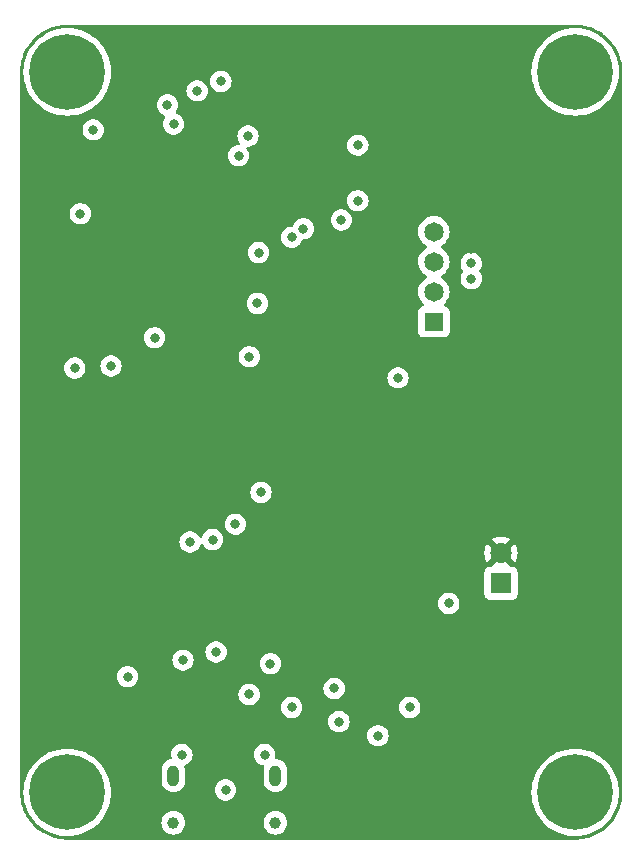
<source format=gbr>
%TF.GenerationSoftware,KiCad,Pcbnew,7.0.1*%
%TF.CreationDate,2023-06-17T09:34:49+02:00*%
%TF.ProjectId,Had_Konzole,4861645f-4b6f-46e7-9a6f-6c652e6b6963,rev?*%
%TF.SameCoordinates,Original*%
%TF.FileFunction,Copper,L3,Inr*%
%TF.FilePolarity,Positive*%
%FSLAX46Y46*%
G04 Gerber Fmt 4.6, Leading zero omitted, Abs format (unit mm)*
G04 Created by KiCad (PCBNEW 7.0.1) date 2023-06-17 09:34:49*
%MOMM*%
%LPD*%
G01*
G04 APERTURE LIST*
%TA.AperFunction,ComponentPad*%
%ADD10C,6.400000*%
%TD*%
%TA.AperFunction,ComponentPad*%
%ADD11R,1.800000X1.800000*%
%TD*%
%TA.AperFunction,ComponentPad*%
%ADD12C,1.800000*%
%TD*%
%TA.AperFunction,ComponentPad*%
%ADD13C,1.000000*%
%TD*%
%TA.AperFunction,ComponentPad*%
%ADD14O,1.000000X1.800000*%
%TD*%
%TA.AperFunction,ComponentPad*%
%ADD15R,1.650000X1.650000*%
%TD*%
%TA.AperFunction,ComponentPad*%
%ADD16C,1.650000*%
%TD*%
%TA.AperFunction,ViaPad*%
%ADD17C,0.800000*%
%TD*%
G04 APERTURE END LIST*
D10*
%TO.N,GND*%
%TO.C,H1*%
X145000000Y-41000000D03*
%TD*%
%TO.N,GND*%
%TO.C,H3*%
X145000000Y-102000000D03*
%TD*%
D11*
%TO.N,Net-(D1-K)*%
%TO.C,D1*%
X181725000Y-84275000D03*
D12*
%TO.N,+3V3*%
X181725000Y-81735000D03*
%TD*%
D10*
%TO.N,GND*%
%TO.C,H2*%
X188000000Y-41000000D03*
%TD*%
%TO.N,GND*%
%TO.C,H4*%
X188000000Y-102000000D03*
%TD*%
D13*
%TO.N,unconnected-(J4-SHIELD-PadS1)*%
%TO.C,J4*%
X153980000Y-104575000D03*
X162620000Y-104575000D03*
D14*
X153980000Y-100575000D03*
X162620000Y-100575000D03*
%TD*%
D15*
%TO.N,Reset*%
%TO.C,J2*%
X176037500Y-62140000D03*
D16*
%TO.N,MOSI*%
X176037500Y-59600000D03*
%TO.N,MISO*%
X176037500Y-57060000D03*
%TO.N,SCK*%
X176037500Y-54520000D03*
%TD*%
D17*
%TO.N,USB_Conn_D-*%
X160400000Y-93700000D03*
X158400000Y-101800000D03*
%TO.N,GND*%
X146100000Y-53000000D03*
X147200000Y-45900000D03*
X154000000Y-45400000D03*
X161200000Y-56300000D03*
X148700000Y-65900000D03*
X161400000Y-76600000D03*
X173000000Y-66900000D03*
X177300000Y-86000000D03*
X154700000Y-98800000D03*
X161700000Y-98800000D03*
X171300000Y-97200000D03*
X174000000Y-94800000D03*
X167600000Y-93200000D03*
X164000000Y-94800000D03*
X162200000Y-91100000D03*
X157600000Y-90100000D03*
X150100000Y-92200000D03*
X154800000Y-90800000D03*
%TO.N,+3V3*%
X150100000Y-88900000D03*
X164200000Y-50300000D03*
X158500000Y-49500000D03*
X154600000Y-48800000D03*
X151900000Y-47800000D03*
X152100000Y-41000000D03*
%TO.N,RST_PROG*%
X153481207Y-43799521D03*
%TO.N,DTR*%
X145634952Y-66056808D03*
%TO.N,Reset*%
X152400000Y-63500000D03*
X160409444Y-65112559D03*
%TO.N,GND*%
X169600000Y-51900000D03*
X179200000Y-57200000D03*
X169600000Y-47200000D03*
X179200000Y-58500000D03*
%TO.N,+3V3*%
X163200000Y-83300000D03*
X172100000Y-82200000D03*
X171800000Y-64000000D03*
X175800000Y-72600000D03*
X169600000Y-50300000D03*
X179200000Y-56000000D03*
X160000000Y-90800000D03*
X184900000Y-73700000D03*
X179900000Y-81700000D03*
X159494500Y-71500000D03*
X160100000Y-92100000D03*
X150400000Y-72600000D03*
X157600000Y-91500000D03*
X162800000Y-63000000D03*
X165000000Y-100000000D03*
%TO.N,+5V*%
X168000000Y-96000000D03*
%TO.N,SCK*%
X168200000Y-53526000D03*
%TO.N,MISO*%
X165000000Y-54275500D03*
%TO.N,MOSI*%
X164000000Y-55000000D03*
%TO.N,Button_Up*%
X160300000Y-46420000D03*
X161100000Y-60600000D03*
%TO.N,Button_Down*%
X159500000Y-48100000D03*
X159230000Y-79290000D03*
%TO.N,TX*%
X157300000Y-80600000D03*
X158000000Y-41800000D03*
%TO.N,RX*%
X156000000Y-42600000D03*
X155400000Y-80800000D03*
%TD*%
%TA.AperFunction,Conductor*%
%TO.N,+3V3*%
G36*
X188002854Y-37000632D02*
G01*
X188018811Y-37001369D01*
X188173088Y-37008502D01*
X188369795Y-37018166D01*
X188380787Y-37019201D01*
X188562876Y-37044601D01*
X188563781Y-37044732D01*
X188747261Y-37071949D01*
X188757413Y-37073892D01*
X188938614Y-37116510D01*
X188940023Y-37116852D01*
X189117874Y-37161401D01*
X189127091Y-37164096D01*
X189304478Y-37223550D01*
X189306618Y-37224292D01*
X189478220Y-37285692D01*
X189486519Y-37289004D01*
X189657980Y-37364712D01*
X189660909Y-37366051D01*
X189747263Y-37406892D01*
X189825119Y-37443715D01*
X189832411Y-37447465D01*
X189929135Y-37501341D01*
X189996435Y-37538827D01*
X189999810Y-37540777D01*
X190155371Y-37634017D01*
X190161670Y-37638058D01*
X190316699Y-37744256D01*
X190320459Y-37746935D01*
X190466009Y-37854882D01*
X190471305Y-37859040D01*
X190616009Y-37979200D01*
X190619947Y-37982617D01*
X190754206Y-38104303D01*
X190758590Y-38108478D01*
X190891520Y-38241408D01*
X190895698Y-38245795D01*
X191017375Y-38380045D01*
X191020805Y-38383998D01*
X191140951Y-38528684D01*
X191145124Y-38534000D01*
X191253041Y-38679509D01*
X191255742Y-38683299D01*
X191361940Y-38838328D01*
X191365999Y-38844656D01*
X191459200Y-39000153D01*
X191461171Y-39003563D01*
X191552525Y-39167573D01*
X191556291Y-39174896D01*
X191633947Y-39339089D01*
X191635286Y-39342018D01*
X191710994Y-39513479D01*
X191714311Y-39521791D01*
X191775666Y-39693265D01*
X191776487Y-39695634D01*
X191835894Y-39872881D01*
X191838606Y-39882157D01*
X191883104Y-40059803D01*
X191883526Y-40061543D01*
X191926101Y-40242562D01*
X191928053Y-40252758D01*
X191955257Y-40436156D01*
X191955410Y-40437218D01*
X191980794Y-40619184D01*
X191981834Y-40630232D01*
X191991512Y-40827238D01*
X191991529Y-40827595D01*
X191999368Y-40997145D01*
X191999500Y-41002872D01*
X191999500Y-101997128D01*
X191999368Y-102002855D01*
X191991529Y-102172404D01*
X191991512Y-102172761D01*
X191981834Y-102369766D01*
X191980794Y-102380814D01*
X191955410Y-102562780D01*
X191955257Y-102563842D01*
X191928053Y-102747240D01*
X191926101Y-102757436D01*
X191883526Y-102938455D01*
X191883104Y-102940195D01*
X191838606Y-103117841D01*
X191835894Y-103127117D01*
X191776487Y-103304364D01*
X191775666Y-103306733D01*
X191714311Y-103478207D01*
X191710994Y-103486519D01*
X191635286Y-103657980D01*
X191633947Y-103660909D01*
X191556291Y-103825102D01*
X191552525Y-103832425D01*
X191461171Y-103996435D01*
X191459200Y-103999845D01*
X191365999Y-104155342D01*
X191361940Y-104161670D01*
X191255742Y-104316699D01*
X191253041Y-104320489D01*
X191145135Y-104465984D01*
X191140935Y-104471334D01*
X191020851Y-104615947D01*
X191017331Y-104620004D01*
X190895717Y-104754183D01*
X190891520Y-104758590D01*
X190758590Y-104891520D01*
X190754183Y-104895717D01*
X190620004Y-105017331D01*
X190615947Y-105020851D01*
X190471334Y-105140935D01*
X190465984Y-105145135D01*
X190320489Y-105253041D01*
X190316699Y-105255742D01*
X190161670Y-105361940D01*
X190155342Y-105365999D01*
X189999845Y-105459200D01*
X189996435Y-105461171D01*
X189832425Y-105552525D01*
X189825102Y-105556291D01*
X189660909Y-105633947D01*
X189657980Y-105635286D01*
X189486519Y-105710994D01*
X189478207Y-105714311D01*
X189306733Y-105775666D01*
X189304364Y-105776487D01*
X189127117Y-105835894D01*
X189117841Y-105838606D01*
X188940195Y-105883104D01*
X188938455Y-105883526D01*
X188757436Y-105926101D01*
X188747240Y-105928053D01*
X188563842Y-105955257D01*
X188562780Y-105955410D01*
X188380814Y-105980794D01*
X188369766Y-105981834D01*
X188172931Y-105991503D01*
X188172575Y-105991520D01*
X188007393Y-105999158D01*
X188002854Y-105999368D01*
X187997128Y-105999500D01*
X145002872Y-105999500D01*
X144997145Y-105999368D01*
X144992305Y-105999144D01*
X144827423Y-105991520D01*
X144827067Y-105991503D01*
X144630232Y-105981834D01*
X144619184Y-105980794D01*
X144437218Y-105955410D01*
X144436156Y-105955257D01*
X144252758Y-105928053D01*
X144242562Y-105926101D01*
X144061543Y-105883526D01*
X144059803Y-105883104D01*
X143882157Y-105838606D01*
X143872881Y-105835894D01*
X143695634Y-105776487D01*
X143693265Y-105775666D01*
X143521791Y-105714311D01*
X143513479Y-105710994D01*
X143342018Y-105635286D01*
X143339089Y-105633947D01*
X143174896Y-105556291D01*
X143167573Y-105552525D01*
X143003563Y-105461171D01*
X143000153Y-105459200D01*
X142919586Y-105410910D01*
X142844645Y-105365992D01*
X142838328Y-105361940D01*
X142683299Y-105255742D01*
X142679509Y-105253041D01*
X142534000Y-105145124D01*
X142528684Y-105140951D01*
X142383998Y-105020805D01*
X142380045Y-105017375D01*
X142245795Y-104895698D01*
X142241408Y-104891520D01*
X142108478Y-104758590D01*
X142104303Y-104754206D01*
X141982617Y-104619947D01*
X141979200Y-104616009D01*
X141859040Y-104471305D01*
X141854882Y-104466009D01*
X141746935Y-104320459D01*
X141744256Y-104316699D01*
X141638058Y-104161670D01*
X141634017Y-104155371D01*
X141540777Y-103999810D01*
X141538827Y-103996435D01*
X141465126Y-103864117D01*
X141447465Y-103832411D01*
X141443715Y-103825119D01*
X141403027Y-103739089D01*
X141366051Y-103660909D01*
X141364712Y-103657980D01*
X141289004Y-103486519D01*
X141285692Y-103478220D01*
X141224292Y-103306618D01*
X141223550Y-103304478D01*
X141164096Y-103127091D01*
X141161401Y-103117874D01*
X141116852Y-102940023D01*
X141116510Y-102938614D01*
X141073892Y-102757413D01*
X141071949Y-102747261D01*
X141044732Y-102563781D01*
X141044588Y-102562780D01*
X141019201Y-102380787D01*
X141018166Y-102369795D01*
X141008480Y-102172611D01*
X141000632Y-102002854D01*
X141000566Y-102000000D01*
X141294422Y-102000000D01*
X141314722Y-102387340D01*
X141375396Y-102770429D01*
X141475785Y-103145086D01*
X141614785Y-103507193D01*
X141790876Y-103852793D01*
X142002121Y-104178080D01*
X142002124Y-104178084D01*
X142246219Y-104479516D01*
X142520484Y-104753781D01*
X142821916Y-104997876D01*
X142821918Y-104997877D01*
X142821919Y-104997878D01*
X143147206Y-105209123D01*
X143492806Y-105385214D01*
X143854913Y-105524214D01*
X144229570Y-105624603D01*
X144421114Y-105654939D01*
X144612662Y-105685278D01*
X145000000Y-105705578D01*
X145387338Y-105685278D01*
X145636686Y-105645785D01*
X145770429Y-105624603D01*
X145770433Y-105624602D01*
X146145087Y-105524214D01*
X146507194Y-105385214D01*
X146852789Y-105209125D01*
X146852788Y-105209125D01*
X146852793Y-105209123D01*
X147050072Y-105081008D01*
X147178084Y-104997876D01*
X147479516Y-104753781D01*
X147658297Y-104575000D01*
X152974659Y-104575000D01*
X152993976Y-104771133D01*
X153051185Y-104959726D01*
X153083857Y-105020851D01*
X153144090Y-105133538D01*
X153269117Y-105285883D01*
X153421462Y-105410910D01*
X153595273Y-105503814D01*
X153783868Y-105561024D01*
X153980000Y-105580341D01*
X154176132Y-105561024D01*
X154364727Y-105503814D01*
X154538538Y-105410910D01*
X154690883Y-105285883D01*
X154815910Y-105133538D01*
X154908814Y-104959727D01*
X154966024Y-104771132D01*
X154985341Y-104575000D01*
X161614659Y-104575000D01*
X161633976Y-104771133D01*
X161691185Y-104959726D01*
X161723857Y-105020851D01*
X161784090Y-105133538D01*
X161909117Y-105285883D01*
X162061462Y-105410910D01*
X162235273Y-105503814D01*
X162423868Y-105561024D01*
X162620000Y-105580341D01*
X162816132Y-105561024D01*
X163004727Y-105503814D01*
X163178538Y-105410910D01*
X163330883Y-105285883D01*
X163455910Y-105133538D01*
X163548814Y-104959727D01*
X163606024Y-104771132D01*
X163625341Y-104575000D01*
X163606024Y-104378868D01*
X163548814Y-104190273D01*
X163455910Y-104016462D01*
X163330883Y-103864117D01*
X163178538Y-103739090D01*
X163032272Y-103660909D01*
X163004726Y-103646185D01*
X162816133Y-103588976D01*
X162620000Y-103569659D01*
X162423866Y-103588976D01*
X162235273Y-103646185D01*
X162061463Y-103739089D01*
X161909117Y-103864117D01*
X161784089Y-104016463D01*
X161691185Y-104190273D01*
X161633976Y-104378866D01*
X161614659Y-104575000D01*
X154985341Y-104575000D01*
X154966024Y-104378868D01*
X154908814Y-104190273D01*
X154815910Y-104016462D01*
X154690883Y-103864117D01*
X154538538Y-103739090D01*
X154392272Y-103660909D01*
X154364726Y-103646185D01*
X154176133Y-103588976D01*
X153980000Y-103569659D01*
X153783866Y-103588976D01*
X153595273Y-103646185D01*
X153421463Y-103739089D01*
X153269117Y-103864117D01*
X153144089Y-104016463D01*
X153051185Y-104190273D01*
X152993976Y-104378866D01*
X152974659Y-104575000D01*
X147658297Y-104575000D01*
X147753781Y-104479516D01*
X147997876Y-104178084D01*
X148113626Y-103999845D01*
X148209123Y-103852793D01*
X148314394Y-103646186D01*
X148385214Y-103507194D01*
X148524214Y-103145087D01*
X148624602Y-102770433D01*
X148628276Y-102747240D01*
X148654106Y-102584151D01*
X148685278Y-102387338D01*
X148705578Y-102000000D01*
X148685278Y-101612662D01*
X148647096Y-101371587D01*
X148624603Y-101229570D01*
X148569987Y-101025740D01*
X152979500Y-101025740D01*
X152994926Y-101177440D01*
X153023272Y-101267783D01*
X153055841Y-101371588D01*
X153154591Y-101549502D01*
X153287134Y-101703895D01*
X153448042Y-101828448D01*
X153630729Y-101918060D01*
X153827715Y-101969063D01*
X154030936Y-101979369D01*
X154030936Y-101979368D01*
X154030937Y-101979369D01*
X154232071Y-101948556D01*
X154314413Y-101918060D01*
X154422887Y-101877886D01*
X154547844Y-101800000D01*
X157494540Y-101800000D01*
X157514326Y-101988257D01*
X157572820Y-102168284D01*
X157667466Y-102332216D01*
X157794129Y-102472889D01*
X157947269Y-102584151D01*
X158120197Y-102661144D01*
X158305352Y-102700500D01*
X158305354Y-102700500D01*
X158494646Y-102700500D01*
X158494648Y-102700500D01*
X158618083Y-102674262D01*
X158679803Y-102661144D01*
X158852730Y-102584151D01*
X159005871Y-102472888D01*
X159132533Y-102332216D01*
X159227179Y-102168284D01*
X159281858Y-102000000D01*
X184294422Y-102000000D01*
X184314722Y-102387340D01*
X184375396Y-102770429D01*
X184475785Y-103145086D01*
X184614785Y-103507193D01*
X184790876Y-103852793D01*
X185002121Y-104178080D01*
X185002124Y-104178084D01*
X185246219Y-104479516D01*
X185520484Y-104753781D01*
X185821916Y-104997876D01*
X185821918Y-104997877D01*
X185821919Y-104997878D01*
X186147206Y-105209123D01*
X186492806Y-105385214D01*
X186854913Y-105524214D01*
X187229570Y-105624603D01*
X187421114Y-105654939D01*
X187612662Y-105685278D01*
X188000000Y-105705578D01*
X188387338Y-105685278D01*
X188636686Y-105645785D01*
X188770429Y-105624603D01*
X188770433Y-105624602D01*
X189145087Y-105524214D01*
X189507194Y-105385214D01*
X189852789Y-105209125D01*
X189852788Y-105209125D01*
X189852793Y-105209123D01*
X190050072Y-105081008D01*
X190178084Y-104997876D01*
X190479516Y-104753781D01*
X190753781Y-104479516D01*
X190997876Y-104178084D01*
X191113626Y-103999845D01*
X191209123Y-103852793D01*
X191314394Y-103646186D01*
X191385214Y-103507194D01*
X191524214Y-103145087D01*
X191624602Y-102770433D01*
X191628276Y-102747240D01*
X191654106Y-102584151D01*
X191685278Y-102387338D01*
X191705578Y-102000000D01*
X191685278Y-101612662D01*
X191647096Y-101371587D01*
X191624603Y-101229570D01*
X191524214Y-100854913D01*
X191385214Y-100492806D01*
X191209123Y-100147206D01*
X190997878Y-99821919D01*
X190946587Y-99758580D01*
X190753781Y-99520484D01*
X190479516Y-99246219D01*
X190178084Y-99002124D01*
X190178082Y-99002123D01*
X190178080Y-99002121D01*
X189852793Y-98790876D01*
X189507193Y-98614785D01*
X189145086Y-98475785D01*
X188770429Y-98375396D01*
X188387340Y-98314722D01*
X188000000Y-98294422D01*
X187612659Y-98314722D01*
X187229570Y-98375396D01*
X186854913Y-98475785D01*
X186492806Y-98614785D01*
X186147206Y-98790876D01*
X185821919Y-99002121D01*
X185520480Y-99246222D01*
X185246222Y-99520480D01*
X185002121Y-99821919D01*
X184790876Y-100147206D01*
X184614785Y-100492806D01*
X184475785Y-100854913D01*
X184375396Y-101229570D01*
X184314722Y-101612659D01*
X184294422Y-102000000D01*
X159281858Y-102000000D01*
X159285674Y-101988256D01*
X159305460Y-101800000D01*
X159285674Y-101611744D01*
X159227179Y-101431716D01*
X159227179Y-101431715D01*
X159132533Y-101267783D01*
X159005870Y-101127110D01*
X158852730Y-101015848D01*
X158679802Y-100938855D01*
X158494648Y-100899500D01*
X158494646Y-100899500D01*
X158305354Y-100899500D01*
X158305352Y-100899500D01*
X158120197Y-100938855D01*
X157947269Y-101015848D01*
X157794129Y-101127110D01*
X157667466Y-101267783D01*
X157572820Y-101431715D01*
X157514326Y-101611742D01*
X157494540Y-101800000D01*
X154547844Y-101800000D01*
X154595571Y-101770252D01*
X154743053Y-101630059D01*
X154859295Y-101463049D01*
X154939540Y-101276058D01*
X154980500Y-101076741D01*
X154980500Y-100124258D01*
X154965074Y-99972562D01*
X154914231Y-99810516D01*
X154910577Y-99751039D01*
X154935090Y-99696724D01*
X154982107Y-99660117D01*
X155152730Y-99584151D01*
X155152730Y-99584150D01*
X155152732Y-99584150D01*
X155305870Y-99472889D01*
X155432533Y-99332216D01*
X155527179Y-99168284D01*
X155551645Y-99092986D01*
X155585674Y-98988256D01*
X155605460Y-98800000D01*
X160794540Y-98800000D01*
X160814326Y-98988257D01*
X160872820Y-99168284D01*
X160967466Y-99332216D01*
X161094129Y-99472889D01*
X161247269Y-99584151D01*
X161420193Y-99661143D01*
X161420196Y-99661143D01*
X161420197Y-99661144D01*
X161576337Y-99694332D01*
X161625705Y-99716990D01*
X161660653Y-99758580D01*
X161674470Y-99811118D01*
X161664503Y-99864520D01*
X161660461Y-99873938D01*
X161660460Y-99873941D01*
X161660460Y-99873942D01*
X161640194Y-99972562D01*
X161619500Y-100073261D01*
X161619500Y-101025740D01*
X161634926Y-101177440D01*
X161663272Y-101267783D01*
X161695841Y-101371588D01*
X161794591Y-101549502D01*
X161927134Y-101703895D01*
X162088042Y-101828448D01*
X162270729Y-101918060D01*
X162467715Y-101969063D01*
X162670936Y-101979369D01*
X162670936Y-101979368D01*
X162670937Y-101979369D01*
X162872071Y-101948556D01*
X162954413Y-101918060D01*
X163062887Y-101877886D01*
X163235571Y-101770252D01*
X163383053Y-101630059D01*
X163499295Y-101463049D01*
X163579540Y-101276058D01*
X163620500Y-101076741D01*
X163620500Y-100124258D01*
X163605074Y-99972562D01*
X163544159Y-99778412D01*
X163445409Y-99600498D01*
X163312866Y-99446105D01*
X163151958Y-99321552D01*
X163151957Y-99321551D01*
X162969272Y-99231940D01*
X162903608Y-99214938D01*
X162772285Y-99180937D01*
X162750668Y-99179840D01*
X162688782Y-99176702D01*
X162634610Y-99161127D01*
X162592930Y-99123181D01*
X162572354Y-99070705D01*
X162577131Y-99014546D01*
X162585674Y-98988256D01*
X162605460Y-98800000D01*
X162585674Y-98611744D01*
X162527179Y-98431716D01*
X162527179Y-98431715D01*
X162432533Y-98267783D01*
X162305870Y-98127110D01*
X162152730Y-98015848D01*
X161979802Y-97938855D01*
X161794648Y-97899500D01*
X161794646Y-97899500D01*
X161605354Y-97899500D01*
X161605352Y-97899500D01*
X161420197Y-97938855D01*
X161247269Y-98015848D01*
X161094129Y-98127110D01*
X160967466Y-98267783D01*
X160872820Y-98431715D01*
X160814326Y-98611742D01*
X160794540Y-98800000D01*
X155605460Y-98800000D01*
X155585674Y-98611744D01*
X155527179Y-98431716D01*
X155527179Y-98431715D01*
X155432533Y-98267783D01*
X155305870Y-98127110D01*
X155152730Y-98015848D01*
X154979802Y-97938855D01*
X154794648Y-97899500D01*
X154794646Y-97899500D01*
X154605354Y-97899500D01*
X154605352Y-97899500D01*
X154420197Y-97938855D01*
X154247269Y-98015848D01*
X154094129Y-98127110D01*
X153967466Y-98267783D01*
X153872820Y-98431715D01*
X153814326Y-98611742D01*
X153794540Y-98800000D01*
X153814326Y-98988259D01*
X153831118Y-99039938D01*
X153836309Y-99092986D01*
X153818750Y-99143311D01*
X153781687Y-99181617D01*
X153731967Y-99200825D01*
X153727928Y-99201443D01*
X153537113Y-99272113D01*
X153364431Y-99379745D01*
X153294623Y-99446104D01*
X153216947Y-99519941D01*
X153216946Y-99519943D01*
X153100705Y-99686950D01*
X153020461Y-99873938D01*
X153020460Y-99873942D01*
X153000194Y-99972562D01*
X152979500Y-100073261D01*
X152979500Y-101025740D01*
X148569987Y-101025740D01*
X148524214Y-100854913D01*
X148385214Y-100492806D01*
X148209123Y-100147206D01*
X147997878Y-99821919D01*
X147946587Y-99758580D01*
X147753781Y-99520484D01*
X147479516Y-99246219D01*
X147178084Y-99002124D01*
X147178082Y-99002123D01*
X147178080Y-99002121D01*
X146852793Y-98790876D01*
X146507193Y-98614785D01*
X146145086Y-98475785D01*
X145770429Y-98375396D01*
X145387340Y-98314722D01*
X145000000Y-98294422D01*
X144612659Y-98314722D01*
X144229570Y-98375396D01*
X143854913Y-98475785D01*
X143492806Y-98614785D01*
X143147206Y-98790876D01*
X142821919Y-99002121D01*
X142520480Y-99246222D01*
X142246222Y-99520480D01*
X142002121Y-99821919D01*
X141790876Y-100147206D01*
X141614785Y-100492806D01*
X141475785Y-100854913D01*
X141375396Y-101229570D01*
X141314722Y-101612659D01*
X141294422Y-102000000D01*
X141000566Y-102000000D01*
X141000500Y-101997128D01*
X141000500Y-97199999D01*
X170394540Y-97199999D01*
X170414326Y-97388257D01*
X170472820Y-97568284D01*
X170567466Y-97732216D01*
X170694129Y-97872889D01*
X170847269Y-97984151D01*
X171020197Y-98061144D01*
X171205352Y-98100500D01*
X171205354Y-98100500D01*
X171394646Y-98100500D01*
X171394648Y-98100500D01*
X171518084Y-98074262D01*
X171579803Y-98061144D01*
X171752730Y-97984151D01*
X171752730Y-97984150D01*
X171905870Y-97872889D01*
X172032533Y-97732216D01*
X172127179Y-97568284D01*
X172127179Y-97568283D01*
X172185674Y-97388256D01*
X172205460Y-97200000D01*
X172185674Y-97011744D01*
X172127179Y-96831716D01*
X172127179Y-96831715D01*
X172032533Y-96667783D01*
X171905870Y-96527110D01*
X171752730Y-96415848D01*
X171579802Y-96338855D01*
X171394648Y-96299500D01*
X171394646Y-96299500D01*
X171205354Y-96299500D01*
X171205352Y-96299500D01*
X171020197Y-96338855D01*
X170847269Y-96415848D01*
X170694129Y-96527110D01*
X170567466Y-96667783D01*
X170472820Y-96831715D01*
X170414326Y-97011742D01*
X170394540Y-97199999D01*
X141000500Y-97199999D01*
X141000500Y-95999999D01*
X167094540Y-95999999D01*
X167114326Y-96188257D01*
X167172820Y-96368284D01*
X167267466Y-96532216D01*
X167394129Y-96672889D01*
X167547269Y-96784151D01*
X167720197Y-96861144D01*
X167905352Y-96900500D01*
X167905354Y-96900500D01*
X168094646Y-96900500D01*
X168094648Y-96900500D01*
X168218083Y-96874262D01*
X168279803Y-96861144D01*
X168452730Y-96784151D01*
X168605871Y-96672888D01*
X168732533Y-96532216D01*
X168827179Y-96368284D01*
X168885674Y-96188256D01*
X168905460Y-96000000D01*
X168885674Y-95811744D01*
X168827179Y-95631716D01*
X168827179Y-95631715D01*
X168732533Y-95467783D01*
X168605870Y-95327110D01*
X168452730Y-95215848D01*
X168279802Y-95138855D01*
X168094648Y-95099500D01*
X168094646Y-95099500D01*
X167905354Y-95099500D01*
X167905352Y-95099500D01*
X167720197Y-95138855D01*
X167547269Y-95215848D01*
X167394129Y-95327110D01*
X167267466Y-95467783D01*
X167172820Y-95631715D01*
X167114326Y-95811742D01*
X167094540Y-95999999D01*
X141000500Y-95999999D01*
X141000500Y-94799999D01*
X163094540Y-94799999D01*
X163114326Y-94988257D01*
X163172820Y-95168284D01*
X163267466Y-95332216D01*
X163394129Y-95472889D01*
X163547269Y-95584151D01*
X163720197Y-95661144D01*
X163905352Y-95700500D01*
X163905354Y-95700500D01*
X164094646Y-95700500D01*
X164094648Y-95700500D01*
X164218083Y-95674262D01*
X164279803Y-95661144D01*
X164452730Y-95584151D01*
X164605871Y-95472888D01*
X164732533Y-95332216D01*
X164827179Y-95168284D01*
X164885674Y-94988256D01*
X164905460Y-94800000D01*
X164905460Y-94799999D01*
X173094540Y-94799999D01*
X173114326Y-94988257D01*
X173172820Y-95168284D01*
X173267466Y-95332216D01*
X173394129Y-95472889D01*
X173547269Y-95584151D01*
X173720197Y-95661144D01*
X173905352Y-95700500D01*
X173905354Y-95700500D01*
X174094646Y-95700500D01*
X174094648Y-95700500D01*
X174218083Y-95674262D01*
X174279803Y-95661144D01*
X174452730Y-95584151D01*
X174605871Y-95472888D01*
X174732533Y-95332216D01*
X174827179Y-95168284D01*
X174885674Y-94988256D01*
X174905460Y-94800000D01*
X174885674Y-94611744D01*
X174827179Y-94431716D01*
X174827179Y-94431715D01*
X174732533Y-94267783D01*
X174605870Y-94127110D01*
X174452730Y-94015848D01*
X174279802Y-93938855D01*
X174094648Y-93899500D01*
X174094646Y-93899500D01*
X173905354Y-93899500D01*
X173905352Y-93899500D01*
X173720197Y-93938855D01*
X173547269Y-94015848D01*
X173394129Y-94127110D01*
X173267466Y-94267783D01*
X173172820Y-94431715D01*
X173114326Y-94611742D01*
X173094540Y-94799999D01*
X164905460Y-94799999D01*
X164885674Y-94611744D01*
X164827179Y-94431716D01*
X164827179Y-94431715D01*
X164732533Y-94267783D01*
X164605870Y-94127110D01*
X164452730Y-94015848D01*
X164279802Y-93938855D01*
X164094648Y-93899500D01*
X164094646Y-93899500D01*
X163905354Y-93899500D01*
X163905352Y-93899500D01*
X163720197Y-93938855D01*
X163547269Y-94015848D01*
X163394129Y-94127110D01*
X163267466Y-94267783D01*
X163172820Y-94431715D01*
X163114326Y-94611742D01*
X163094540Y-94799999D01*
X141000500Y-94799999D01*
X141000500Y-93700000D01*
X159494540Y-93700000D01*
X159514326Y-93888257D01*
X159572820Y-94068284D01*
X159667466Y-94232216D01*
X159794129Y-94372889D01*
X159947269Y-94484151D01*
X160120197Y-94561144D01*
X160305352Y-94600500D01*
X160305354Y-94600500D01*
X160494646Y-94600500D01*
X160494648Y-94600500D01*
X160618083Y-94574262D01*
X160679803Y-94561144D01*
X160852730Y-94484151D01*
X161005871Y-94372888D01*
X161132533Y-94232216D01*
X161227179Y-94068284D01*
X161285674Y-93888256D01*
X161305460Y-93700000D01*
X161285674Y-93511744D01*
X161255332Y-93418363D01*
X161227179Y-93331715D01*
X161151133Y-93200000D01*
X166694540Y-93200000D01*
X166714326Y-93388257D01*
X166772820Y-93568284D01*
X166867466Y-93732216D01*
X166994129Y-93872889D01*
X167147269Y-93984151D01*
X167320197Y-94061144D01*
X167505352Y-94100500D01*
X167505354Y-94100500D01*
X167694646Y-94100500D01*
X167694648Y-94100500D01*
X167818083Y-94074262D01*
X167879803Y-94061144D01*
X168052730Y-93984151D01*
X168052729Y-93984151D01*
X168205870Y-93872889D01*
X168332533Y-93732216D01*
X168427179Y-93568284D01*
X168445551Y-93511742D01*
X168485674Y-93388256D01*
X168505460Y-93200000D01*
X168485674Y-93011744D01*
X168427179Y-92831716D01*
X168427179Y-92831715D01*
X168332533Y-92667783D01*
X168205870Y-92527110D01*
X168052730Y-92415848D01*
X167879802Y-92338855D01*
X167694648Y-92299500D01*
X167694646Y-92299500D01*
X167505354Y-92299500D01*
X167505352Y-92299500D01*
X167320197Y-92338855D01*
X167147269Y-92415848D01*
X166994129Y-92527110D01*
X166867466Y-92667783D01*
X166772820Y-92831715D01*
X166714326Y-93011742D01*
X166694540Y-93200000D01*
X161151133Y-93200000D01*
X161132533Y-93167783D01*
X161005870Y-93027110D01*
X160852730Y-92915848D01*
X160679802Y-92838855D01*
X160494648Y-92799500D01*
X160494646Y-92799500D01*
X160305354Y-92799500D01*
X160305352Y-92799500D01*
X160120197Y-92838855D01*
X159947269Y-92915848D01*
X159794129Y-93027110D01*
X159667466Y-93167783D01*
X159572820Y-93331715D01*
X159514326Y-93511742D01*
X159494540Y-93700000D01*
X141000500Y-93700000D01*
X141000500Y-92199999D01*
X149194540Y-92199999D01*
X149214326Y-92388257D01*
X149272820Y-92568284D01*
X149367466Y-92732216D01*
X149494129Y-92872889D01*
X149647269Y-92984151D01*
X149820197Y-93061144D01*
X150005352Y-93100500D01*
X150005354Y-93100500D01*
X150194646Y-93100500D01*
X150194648Y-93100500D01*
X150318083Y-93074262D01*
X150379803Y-93061144D01*
X150552730Y-92984151D01*
X150646740Y-92915849D01*
X150705870Y-92872889D01*
X150736515Y-92838855D01*
X150832533Y-92732216D01*
X150927179Y-92568284D01*
X150985674Y-92388256D01*
X151005460Y-92200000D01*
X150985674Y-92011744D01*
X150927179Y-91831716D01*
X150927179Y-91831715D01*
X150832533Y-91667783D01*
X150705870Y-91527110D01*
X150552730Y-91415848D01*
X150379802Y-91338855D01*
X150194648Y-91299500D01*
X150194646Y-91299500D01*
X150005354Y-91299500D01*
X150005352Y-91299500D01*
X149820197Y-91338855D01*
X149647269Y-91415848D01*
X149494129Y-91527110D01*
X149367466Y-91667783D01*
X149272820Y-91831715D01*
X149214326Y-92011742D01*
X149194540Y-92199999D01*
X141000500Y-92199999D01*
X141000500Y-90800000D01*
X153894540Y-90800000D01*
X153914326Y-90988257D01*
X153972820Y-91168284D01*
X154067466Y-91332216D01*
X154194129Y-91472889D01*
X154347269Y-91584151D01*
X154520197Y-91661144D01*
X154705352Y-91700500D01*
X154705354Y-91700500D01*
X154894646Y-91700500D01*
X154894648Y-91700500D01*
X155018083Y-91674262D01*
X155079803Y-91661144D01*
X155252730Y-91584151D01*
X155405871Y-91472888D01*
X155532533Y-91332216D01*
X155627179Y-91168284D01*
X155649366Y-91099999D01*
X161294540Y-91099999D01*
X161314326Y-91288257D01*
X161372820Y-91468284D01*
X161467466Y-91632216D01*
X161594129Y-91772889D01*
X161747269Y-91884151D01*
X161920197Y-91961144D01*
X162105352Y-92000500D01*
X162105354Y-92000500D01*
X162294646Y-92000500D01*
X162294648Y-92000500D01*
X162418084Y-91974262D01*
X162479803Y-91961144D01*
X162652730Y-91884151D01*
X162805871Y-91772888D01*
X162932533Y-91632216D01*
X163027179Y-91468284D01*
X163085674Y-91288256D01*
X163105460Y-91100000D01*
X163085674Y-90911744D01*
X163027179Y-90731716D01*
X163027179Y-90731715D01*
X162932533Y-90567783D01*
X162805870Y-90427110D01*
X162652730Y-90315848D01*
X162479802Y-90238855D01*
X162294648Y-90199500D01*
X162294646Y-90199500D01*
X162105354Y-90199500D01*
X162105352Y-90199500D01*
X161920197Y-90238855D01*
X161747269Y-90315848D01*
X161594129Y-90427110D01*
X161467466Y-90567783D01*
X161372820Y-90731715D01*
X161314326Y-90911742D01*
X161294540Y-91099999D01*
X155649366Y-91099999D01*
X155685674Y-90988256D01*
X155705460Y-90800000D01*
X155685674Y-90611744D01*
X155627179Y-90431716D01*
X155627179Y-90431715D01*
X155532533Y-90267783D01*
X155405870Y-90127110D01*
X155368555Y-90099999D01*
X156694540Y-90099999D01*
X156714326Y-90288257D01*
X156772820Y-90468284D01*
X156867466Y-90632216D01*
X156994129Y-90772889D01*
X157147269Y-90884151D01*
X157320197Y-90961144D01*
X157505352Y-91000500D01*
X157505354Y-91000500D01*
X157694646Y-91000500D01*
X157694648Y-91000500D01*
X157818083Y-90974262D01*
X157879803Y-90961144D01*
X158052730Y-90884151D01*
X158052729Y-90884151D01*
X158205870Y-90772889D01*
X158242943Y-90731716D01*
X158332533Y-90632216D01*
X158427179Y-90468284D01*
X158485674Y-90288256D01*
X158505460Y-90100000D01*
X158485674Y-89911744D01*
X158427179Y-89731716D01*
X158427179Y-89731715D01*
X158332533Y-89567783D01*
X158205870Y-89427110D01*
X158052730Y-89315848D01*
X157879802Y-89238855D01*
X157694648Y-89199500D01*
X157694646Y-89199500D01*
X157505354Y-89199500D01*
X157505352Y-89199500D01*
X157320197Y-89238855D01*
X157147269Y-89315848D01*
X156994129Y-89427110D01*
X156867466Y-89567783D01*
X156772820Y-89731715D01*
X156714326Y-89911742D01*
X156694540Y-90099999D01*
X155368555Y-90099999D01*
X155252730Y-90015848D01*
X155079802Y-89938855D01*
X154894648Y-89899500D01*
X154894646Y-89899500D01*
X154705354Y-89899500D01*
X154705352Y-89899500D01*
X154520197Y-89938855D01*
X154347269Y-90015848D01*
X154194129Y-90127110D01*
X154067466Y-90267783D01*
X153972820Y-90431715D01*
X153914326Y-90611742D01*
X153894540Y-90800000D01*
X141000500Y-90800000D01*
X141000500Y-85999999D01*
X176394540Y-85999999D01*
X176414326Y-86188257D01*
X176472820Y-86368284D01*
X176567466Y-86532216D01*
X176694129Y-86672889D01*
X176847269Y-86784151D01*
X177020197Y-86861144D01*
X177205352Y-86900500D01*
X177205354Y-86900500D01*
X177394646Y-86900500D01*
X177394648Y-86900500D01*
X177518084Y-86874262D01*
X177579803Y-86861144D01*
X177752730Y-86784151D01*
X177905871Y-86672888D01*
X178032533Y-86532216D01*
X178127179Y-86368284D01*
X178185674Y-86188256D01*
X178205460Y-86000000D01*
X178185674Y-85811744D01*
X178155332Y-85718363D01*
X178127179Y-85631715D01*
X178032533Y-85467783D01*
X177905870Y-85327110D01*
X177762394Y-85222869D01*
X180324500Y-85222869D01*
X180330909Y-85282484D01*
X180356056Y-85349907D01*
X180381204Y-85417331D01*
X180467454Y-85532546D01*
X180582669Y-85618796D01*
X180717517Y-85669091D01*
X180777127Y-85675500D01*
X182672872Y-85675499D01*
X182732483Y-85669091D01*
X182867331Y-85618796D01*
X182982546Y-85532546D01*
X183068796Y-85417331D01*
X183119091Y-85282483D01*
X183125500Y-85222873D01*
X183125499Y-83327128D01*
X183119091Y-83267517D01*
X183068796Y-83132669D01*
X182982546Y-83017454D01*
X182867331Y-82931204D01*
X182732483Y-82880909D01*
X182672873Y-82874500D01*
X182672869Y-82874500D01*
X182562309Y-82874500D01*
X182514856Y-82865061D01*
X182474628Y-82838181D01*
X181725000Y-82088553D01*
X180975370Y-82838181D01*
X180935142Y-82865061D01*
X180887690Y-82874500D01*
X180777130Y-82874500D01*
X180717515Y-82880909D01*
X180582669Y-82931204D01*
X180467454Y-83017454D01*
X180381204Y-83132668D01*
X180330909Y-83267516D01*
X180324500Y-83327130D01*
X180324500Y-85222869D01*
X177762394Y-85222869D01*
X177752730Y-85215848D01*
X177579802Y-85138855D01*
X177394648Y-85099500D01*
X177394646Y-85099500D01*
X177205354Y-85099500D01*
X177205352Y-85099500D01*
X177020197Y-85138855D01*
X176847269Y-85215848D01*
X176694129Y-85327110D01*
X176567466Y-85467783D01*
X176472820Y-85631715D01*
X176414326Y-85811742D01*
X176394540Y-85999999D01*
X141000500Y-85999999D01*
X141000500Y-81735000D01*
X180320201Y-81735000D01*
X180339361Y-81966217D01*
X180396319Y-82191139D01*
X180489516Y-82403609D01*
X180573812Y-82532633D01*
X181371447Y-81735001D01*
X182078553Y-81735001D01*
X182876186Y-82532634D01*
X182960483Y-82403607D01*
X183053680Y-82191138D01*
X183110638Y-81966217D01*
X183129798Y-81735000D01*
X183110638Y-81503782D01*
X183053680Y-81278860D01*
X182960484Y-81066392D01*
X182876186Y-80937364D01*
X182078553Y-81735000D01*
X182078553Y-81735001D01*
X181371447Y-81735001D01*
X181371447Y-81735000D01*
X180573812Y-80937365D01*
X180489516Y-81066390D01*
X180396319Y-81278860D01*
X180339361Y-81503782D01*
X180320201Y-81735000D01*
X141000500Y-81735000D01*
X141000500Y-80800000D01*
X154494540Y-80800000D01*
X154514326Y-80988257D01*
X154572820Y-81168284D01*
X154667466Y-81332216D01*
X154794129Y-81472889D01*
X154947269Y-81584151D01*
X155120197Y-81661144D01*
X155305352Y-81700500D01*
X155305354Y-81700500D01*
X155494646Y-81700500D01*
X155494648Y-81700500D01*
X155618083Y-81674262D01*
X155679803Y-81661144D01*
X155852730Y-81584151D01*
X156005871Y-81472888D01*
X156132533Y-81332216D01*
X156227179Y-81168284D01*
X156271157Y-81032934D01*
X156300492Y-80984495D01*
X156348307Y-80954150D01*
X156404628Y-80948231D01*
X156457708Y-80967971D01*
X156496474Y-81009253D01*
X156567466Y-81132216D01*
X156694129Y-81272889D01*
X156847269Y-81384151D01*
X157020197Y-81461144D01*
X157205352Y-81500500D01*
X157205354Y-81500500D01*
X157394646Y-81500500D01*
X157394648Y-81500500D01*
X157524551Y-81472888D01*
X157579803Y-81461144D01*
X157752730Y-81384151D01*
X157824213Y-81332216D01*
X157905870Y-81272889D01*
X158032533Y-81132216D01*
X158127179Y-80968284D01*
X158137225Y-80937365D01*
X158185674Y-80788256D01*
X158205460Y-80600000D01*
X158203636Y-80582647D01*
X180926200Y-80582647D01*
X181725000Y-81381447D01*
X181725001Y-81381447D01*
X182523799Y-80582648D01*
X182523799Y-80582647D01*
X182493349Y-80558948D01*
X182289299Y-80448522D01*
X182069859Y-80373188D01*
X181841007Y-80335000D01*
X181608993Y-80335000D01*
X181380140Y-80373188D01*
X181160703Y-80448521D01*
X180956645Y-80558952D01*
X180926200Y-80582646D01*
X180926200Y-80582647D01*
X158203636Y-80582647D01*
X158185674Y-80411744D01*
X158127179Y-80231716D01*
X158127179Y-80231715D01*
X158032533Y-80067783D01*
X157905870Y-79927110D01*
X157752730Y-79815848D01*
X157579802Y-79738855D01*
X157394648Y-79699500D01*
X157394646Y-79699500D01*
X157205354Y-79699500D01*
X157205352Y-79699500D01*
X157020197Y-79738855D01*
X156847269Y-79815848D01*
X156694129Y-79927110D01*
X156567466Y-80067783D01*
X156472820Y-80231715D01*
X156428843Y-80367064D01*
X156399506Y-80415504D01*
X156351691Y-80445849D01*
X156295370Y-80451768D01*
X156242291Y-80432028D01*
X156203525Y-80390746D01*
X156132533Y-80267783D01*
X156005870Y-80127110D01*
X155852730Y-80015848D01*
X155679802Y-79938855D01*
X155494648Y-79899500D01*
X155494646Y-79899500D01*
X155305354Y-79899500D01*
X155305352Y-79899500D01*
X155120197Y-79938855D01*
X154947269Y-80015848D01*
X154794129Y-80127110D01*
X154667466Y-80267783D01*
X154572820Y-80431715D01*
X154514326Y-80611742D01*
X154494540Y-80800000D01*
X141000500Y-80800000D01*
X141000500Y-79289999D01*
X158324540Y-79289999D01*
X158344326Y-79478257D01*
X158402820Y-79658284D01*
X158497466Y-79822216D01*
X158624129Y-79962889D01*
X158777269Y-80074151D01*
X158950197Y-80151144D01*
X159135352Y-80190500D01*
X159135354Y-80190500D01*
X159324646Y-80190500D01*
X159324648Y-80190500D01*
X159448084Y-80164262D01*
X159509803Y-80151144D01*
X159682730Y-80074151D01*
X159835871Y-79962888D01*
X159962533Y-79822216D01*
X160057179Y-79658284D01*
X160115674Y-79478256D01*
X160135460Y-79290000D01*
X160115674Y-79101744D01*
X160057179Y-78921716D01*
X160057179Y-78921715D01*
X159962533Y-78757783D01*
X159835870Y-78617110D01*
X159682730Y-78505848D01*
X159509802Y-78428855D01*
X159324648Y-78389500D01*
X159324646Y-78389500D01*
X159135354Y-78389500D01*
X159135352Y-78389500D01*
X158950197Y-78428855D01*
X158777269Y-78505848D01*
X158624129Y-78617110D01*
X158497466Y-78757783D01*
X158402820Y-78921715D01*
X158344326Y-79101742D01*
X158324540Y-79289999D01*
X141000500Y-79289999D01*
X141000500Y-76600000D01*
X160494540Y-76600000D01*
X160514326Y-76788257D01*
X160572820Y-76968284D01*
X160667466Y-77132216D01*
X160794129Y-77272889D01*
X160947269Y-77384151D01*
X161120197Y-77461144D01*
X161305352Y-77500500D01*
X161305354Y-77500500D01*
X161494646Y-77500500D01*
X161494648Y-77500500D01*
X161618083Y-77474262D01*
X161679803Y-77461144D01*
X161852730Y-77384151D01*
X162005871Y-77272888D01*
X162132533Y-77132216D01*
X162227179Y-76968284D01*
X162285674Y-76788256D01*
X162305460Y-76600000D01*
X162285674Y-76411744D01*
X162227179Y-76231716D01*
X162227179Y-76231715D01*
X162132533Y-76067783D01*
X162005870Y-75927110D01*
X161852730Y-75815848D01*
X161679802Y-75738855D01*
X161494648Y-75699500D01*
X161494646Y-75699500D01*
X161305354Y-75699500D01*
X161305352Y-75699500D01*
X161120197Y-75738855D01*
X160947269Y-75815848D01*
X160794129Y-75927110D01*
X160667466Y-76067783D01*
X160572820Y-76231715D01*
X160514326Y-76411742D01*
X160494540Y-76600000D01*
X141000500Y-76600000D01*
X141000500Y-66056808D01*
X144729492Y-66056808D01*
X144749278Y-66245065D01*
X144807772Y-66425092D01*
X144902418Y-66589024D01*
X145029081Y-66729697D01*
X145182221Y-66840959D01*
X145355149Y-66917952D01*
X145540304Y-66957308D01*
X145540306Y-66957308D01*
X145729598Y-66957308D01*
X145729600Y-66957308D01*
X145853035Y-66931070D01*
X145914755Y-66917952D01*
X145955078Y-66899999D01*
X172094540Y-66899999D01*
X172114326Y-67088257D01*
X172172820Y-67268284D01*
X172267466Y-67432216D01*
X172394129Y-67572889D01*
X172547269Y-67684151D01*
X172720197Y-67761144D01*
X172905352Y-67800500D01*
X172905354Y-67800500D01*
X173094646Y-67800500D01*
X173094648Y-67800500D01*
X173218084Y-67774262D01*
X173279803Y-67761144D01*
X173452730Y-67684151D01*
X173605871Y-67572888D01*
X173732533Y-67432216D01*
X173827179Y-67268284D01*
X173885674Y-67088256D01*
X173905460Y-66900000D01*
X173885674Y-66711744D01*
X173827179Y-66531716D01*
X173827179Y-66531715D01*
X173732533Y-66367783D01*
X173605870Y-66227110D01*
X173452730Y-66115848D01*
X173279802Y-66038855D01*
X173094648Y-65999500D01*
X173094646Y-65999500D01*
X172905354Y-65999500D01*
X172905352Y-65999500D01*
X172720197Y-66038855D01*
X172547269Y-66115848D01*
X172394129Y-66227110D01*
X172267466Y-66367783D01*
X172172820Y-66531715D01*
X172114326Y-66711742D01*
X172094540Y-66899999D01*
X145955078Y-66899999D01*
X146087682Y-66840959D01*
X146143369Y-66800500D01*
X146240822Y-66729697D01*
X146367485Y-66589024D01*
X146462131Y-66425092D01*
X146462130Y-66425092D01*
X146520626Y-66245064D01*
X146540412Y-66056808D01*
X146523931Y-65899999D01*
X147794540Y-65899999D01*
X147814326Y-66088257D01*
X147872820Y-66268284D01*
X147967466Y-66432216D01*
X148094129Y-66572889D01*
X148247269Y-66684151D01*
X148420197Y-66761144D01*
X148605352Y-66800500D01*
X148605354Y-66800500D01*
X148794646Y-66800500D01*
X148794648Y-66800500D01*
X148918084Y-66774262D01*
X148979803Y-66761144D01*
X149152730Y-66684151D01*
X149305871Y-66572888D01*
X149432533Y-66432216D01*
X149527179Y-66268284D01*
X149585674Y-66088256D01*
X149605460Y-65900000D01*
X149585674Y-65711744D01*
X149527179Y-65531716D01*
X149527179Y-65531715D01*
X149432533Y-65367783D01*
X149305870Y-65227110D01*
X149152730Y-65115848D01*
X149145343Y-65112559D01*
X159503984Y-65112559D01*
X159523770Y-65300816D01*
X159582264Y-65480843D01*
X159676910Y-65644775D01*
X159803573Y-65785448D01*
X159956713Y-65896710D01*
X160129641Y-65973703D01*
X160314796Y-66013059D01*
X160314798Y-66013059D01*
X160504090Y-66013059D01*
X160504092Y-66013059D01*
X160627528Y-65986821D01*
X160689247Y-65973703D01*
X160862174Y-65896710D01*
X161015315Y-65785447D01*
X161141977Y-65644775D01*
X161236623Y-65480843D01*
X161295118Y-65300815D01*
X161314904Y-65112559D01*
X161295118Y-64924303D01*
X161236623Y-64744275D01*
X161236623Y-64744274D01*
X161141977Y-64580342D01*
X161015314Y-64439669D01*
X160862174Y-64328407D01*
X160689246Y-64251414D01*
X160504092Y-64212059D01*
X160504090Y-64212059D01*
X160314798Y-64212059D01*
X160314796Y-64212059D01*
X160129641Y-64251414D01*
X159956713Y-64328407D01*
X159803573Y-64439669D01*
X159676910Y-64580342D01*
X159582264Y-64744274D01*
X159523770Y-64924301D01*
X159503984Y-65112559D01*
X149145343Y-65112559D01*
X148979802Y-65038855D01*
X148794648Y-64999500D01*
X148794646Y-64999500D01*
X148605354Y-64999500D01*
X148605352Y-64999500D01*
X148420197Y-65038855D01*
X148247269Y-65115848D01*
X148094129Y-65227110D01*
X147967466Y-65367783D01*
X147872820Y-65531715D01*
X147814326Y-65711742D01*
X147794540Y-65899999D01*
X146523931Y-65899999D01*
X146520626Y-65868552D01*
X146462131Y-65688524D01*
X146462131Y-65688523D01*
X146367485Y-65524591D01*
X146240822Y-65383918D01*
X146087682Y-65272656D01*
X145914754Y-65195663D01*
X145729600Y-65156308D01*
X145729598Y-65156308D01*
X145540306Y-65156308D01*
X145540304Y-65156308D01*
X145355149Y-65195663D01*
X145182221Y-65272656D01*
X145029081Y-65383918D01*
X144902418Y-65524591D01*
X144807772Y-65688523D01*
X144749278Y-65868550D01*
X144729492Y-66056808D01*
X141000500Y-66056808D01*
X141000500Y-63499999D01*
X151494540Y-63499999D01*
X151514326Y-63688257D01*
X151572820Y-63868284D01*
X151667466Y-64032216D01*
X151794129Y-64172889D01*
X151947269Y-64284151D01*
X152120197Y-64361144D01*
X152305352Y-64400500D01*
X152305354Y-64400500D01*
X152494646Y-64400500D01*
X152494648Y-64400500D01*
X152618084Y-64374262D01*
X152679803Y-64361144D01*
X152852730Y-64284151D01*
X152852730Y-64284150D01*
X153005870Y-64172889D01*
X153132533Y-64032216D01*
X153227179Y-63868284D01*
X153227178Y-63868284D01*
X153285674Y-63688256D01*
X153305460Y-63500000D01*
X153285674Y-63311744D01*
X153227179Y-63131716D01*
X153227179Y-63131715D01*
X153132533Y-62967783D01*
X153005870Y-62827110D01*
X152852730Y-62715848D01*
X152679802Y-62638855D01*
X152494648Y-62599500D01*
X152494646Y-62599500D01*
X152305354Y-62599500D01*
X152305352Y-62599500D01*
X152120197Y-62638855D01*
X151947269Y-62715848D01*
X151794129Y-62827110D01*
X151667466Y-62967783D01*
X151572820Y-63131715D01*
X151514326Y-63311742D01*
X151494540Y-63499999D01*
X141000500Y-63499999D01*
X141000500Y-60599999D01*
X160194540Y-60599999D01*
X160214326Y-60788257D01*
X160272820Y-60968284D01*
X160367466Y-61132216D01*
X160494129Y-61272889D01*
X160647269Y-61384151D01*
X160820197Y-61461144D01*
X161005352Y-61500500D01*
X161005354Y-61500500D01*
X161194646Y-61500500D01*
X161194648Y-61500500D01*
X161318083Y-61474262D01*
X161379803Y-61461144D01*
X161552730Y-61384151D01*
X161705871Y-61272888D01*
X161832533Y-61132216D01*
X161927179Y-60968284D01*
X161985674Y-60788256D01*
X162005460Y-60600000D01*
X161985674Y-60411744D01*
X161955332Y-60318363D01*
X161927179Y-60231715D01*
X161832533Y-60067783D01*
X161705870Y-59927110D01*
X161552730Y-59815848D01*
X161379802Y-59738855D01*
X161194648Y-59699500D01*
X161194646Y-59699500D01*
X161005354Y-59699500D01*
X161005352Y-59699500D01*
X160820197Y-59738855D01*
X160647269Y-59815848D01*
X160494129Y-59927110D01*
X160367466Y-60067783D01*
X160272820Y-60231715D01*
X160214326Y-60411742D01*
X160194540Y-60599999D01*
X141000500Y-60599999D01*
X141000500Y-59599999D01*
X174706936Y-59599999D01*
X174727150Y-59831047D01*
X174727151Y-59831050D01*
X174787180Y-60055079D01*
X174885199Y-60265282D01*
X175018230Y-60455269D01*
X175018233Y-60455271D01*
X175018233Y-60455272D01*
X175173534Y-60610573D01*
X175206779Y-60670814D01*
X175202791Y-60739504D01*
X175162798Y-60795493D01*
X175118863Y-60813464D01*
X175119610Y-60815466D01*
X174970169Y-60871204D01*
X174854954Y-60957454D01*
X174768704Y-61072668D01*
X174718409Y-61207516D01*
X174712000Y-61267130D01*
X174712000Y-63012869D01*
X174718409Y-63072483D01*
X174768704Y-63207331D01*
X174854954Y-63322546D01*
X174970169Y-63408796D01*
X175105017Y-63459091D01*
X175164627Y-63465500D01*
X176910372Y-63465499D01*
X176969983Y-63459091D01*
X177104831Y-63408796D01*
X177220046Y-63322546D01*
X177306296Y-63207331D01*
X177356591Y-63072483D01*
X177363000Y-63012873D01*
X177362999Y-61267128D01*
X177356591Y-61207517D01*
X177306296Y-61072669D01*
X177220046Y-60957454D01*
X177104831Y-60871204D01*
X176969983Y-60820909D01*
X176955390Y-60815466D01*
X176956136Y-60813464D01*
X176912203Y-60795495D01*
X176872209Y-60739505D01*
X176868220Y-60670814D01*
X176901462Y-60610576D01*
X177056770Y-60455269D01*
X177189801Y-60265282D01*
X177287820Y-60055079D01*
X177347849Y-59831050D01*
X177368063Y-59600000D01*
X177347849Y-59368950D01*
X177287820Y-59144921D01*
X177189801Y-58934719D01*
X177056770Y-58744731D01*
X176892769Y-58580730D01*
X176777474Y-58499999D01*
X178294540Y-58499999D01*
X178314326Y-58688257D01*
X178372820Y-58868284D01*
X178467466Y-59032216D01*
X178594129Y-59172889D01*
X178747269Y-59284151D01*
X178920197Y-59361144D01*
X179105352Y-59400500D01*
X179105354Y-59400500D01*
X179294646Y-59400500D01*
X179294648Y-59400500D01*
X179443078Y-59368950D01*
X179479803Y-59361144D01*
X179652730Y-59284151D01*
X179805871Y-59172888D01*
X179932533Y-59032216D01*
X180027179Y-58868284D01*
X180085674Y-58688256D01*
X180105460Y-58500000D01*
X180085674Y-58311744D01*
X180027179Y-58131716D01*
X180027179Y-58131715D01*
X179932533Y-57967784D01*
X179901188Y-57932972D01*
X179873020Y-57879997D01*
X179873021Y-57819999D01*
X179901187Y-57767028D01*
X179932533Y-57732216D01*
X180027179Y-57568284D01*
X180085674Y-57388256D01*
X180105460Y-57200000D01*
X180085674Y-57011744D01*
X180055332Y-56918363D01*
X180027179Y-56831715D01*
X179932533Y-56667783D01*
X179805870Y-56527110D01*
X179652730Y-56415848D01*
X179479802Y-56338855D01*
X179294648Y-56299500D01*
X179294646Y-56299500D01*
X179105354Y-56299500D01*
X179105352Y-56299500D01*
X178920197Y-56338855D01*
X178747269Y-56415848D01*
X178594129Y-56527110D01*
X178467466Y-56667783D01*
X178372820Y-56831715D01*
X178314326Y-57011742D01*
X178294540Y-57200000D01*
X178314326Y-57388257D01*
X178372820Y-57568284D01*
X178467466Y-57732216D01*
X178498811Y-57767028D01*
X178526978Y-57820002D01*
X178526978Y-57879998D01*
X178498811Y-57932972D01*
X178467466Y-57967783D01*
X178372820Y-58131715D01*
X178314326Y-58311742D01*
X178294540Y-58499999D01*
X176777474Y-58499999D01*
X176702782Y-58447699D01*
X176702778Y-58447697D01*
X176702777Y-58447696D01*
X176691380Y-58442382D01*
X176639204Y-58396625D01*
X176619784Y-58330000D01*
X176639204Y-58263375D01*
X176691380Y-58217618D01*
X176695312Y-58215784D01*
X176702782Y-58212301D01*
X176892769Y-58079270D01*
X177056770Y-57915269D01*
X177189801Y-57725282D01*
X177287820Y-57515079D01*
X177347849Y-57291050D01*
X177368063Y-57060000D01*
X177347849Y-56828950D01*
X177287820Y-56604921D01*
X177189801Y-56394719D01*
X177056770Y-56204731D01*
X176892769Y-56040730D01*
X176702782Y-55907699D01*
X176702778Y-55907697D01*
X176702777Y-55907696D01*
X176691380Y-55902382D01*
X176639204Y-55856625D01*
X176619784Y-55790000D01*
X176639204Y-55723375D01*
X176691380Y-55677618D01*
X176695312Y-55675784D01*
X176702782Y-55672301D01*
X176892769Y-55539270D01*
X177056770Y-55375269D01*
X177189801Y-55185282D01*
X177287820Y-54975079D01*
X177347849Y-54751050D01*
X177368063Y-54520000D01*
X177347849Y-54288950D01*
X177287820Y-54064921D01*
X177189801Y-53854719D01*
X177056770Y-53664731D01*
X176892769Y-53500730D01*
X176702782Y-53367699D01*
X176605865Y-53322506D01*
X176492580Y-53269680D01*
X176268547Y-53209650D01*
X176037500Y-53189436D01*
X175806452Y-53209650D01*
X175582419Y-53269680D01*
X175372221Y-53367698D01*
X175372219Y-53367699D01*
X175182231Y-53500730D01*
X175182227Y-53500733D01*
X175018233Y-53664727D01*
X175018230Y-53664730D01*
X175018230Y-53664731D01*
X174934612Y-53784151D01*
X174885198Y-53854721D01*
X174787180Y-54064919D01*
X174727150Y-54288952D01*
X174706936Y-54520000D01*
X174727150Y-54751047D01*
X174787180Y-54975080D01*
X174826616Y-55059651D01*
X174885199Y-55185282D01*
X175018230Y-55375269D01*
X175182231Y-55539270D01*
X175372218Y-55672301D01*
X175372221Y-55672302D01*
X175372222Y-55672303D01*
X175383620Y-55677618D01*
X175435796Y-55723374D01*
X175455216Y-55789999D01*
X175435797Y-55856624D01*
X175383623Y-55902381D01*
X175372222Y-55907697D01*
X175182227Y-56040733D01*
X175018233Y-56204727D01*
X175018230Y-56204730D01*
X175018230Y-56204731D01*
X174924316Y-56338855D01*
X174885198Y-56394721D01*
X174787180Y-56604919D01*
X174727150Y-56828952D01*
X174706936Y-57060000D01*
X174727150Y-57291047D01*
X174753197Y-57388256D01*
X174787180Y-57515079D01*
X174885199Y-57725282D01*
X175018230Y-57915269D01*
X175182231Y-58079270D01*
X175372218Y-58212301D01*
X175372221Y-58212302D01*
X175372222Y-58212303D01*
X175383620Y-58217618D01*
X175435796Y-58263374D01*
X175455216Y-58329999D01*
X175435797Y-58396624D01*
X175383623Y-58442381D01*
X175372222Y-58447697D01*
X175372219Y-58447698D01*
X175372219Y-58447699D01*
X175297526Y-58500000D01*
X175182227Y-58580733D01*
X175018233Y-58744727D01*
X175018230Y-58744730D01*
X175018230Y-58744731D01*
X174931718Y-58868284D01*
X174885198Y-58934721D01*
X174787180Y-59144919D01*
X174727150Y-59368952D01*
X174706936Y-59599999D01*
X141000500Y-59599999D01*
X141000500Y-56300000D01*
X160294540Y-56300000D01*
X160314326Y-56488257D01*
X160372820Y-56668284D01*
X160467466Y-56832216D01*
X160594129Y-56972889D01*
X160747269Y-57084151D01*
X160920197Y-57161144D01*
X161105352Y-57200500D01*
X161105354Y-57200500D01*
X161294646Y-57200500D01*
X161294648Y-57200500D01*
X161418084Y-57174262D01*
X161479803Y-57161144D01*
X161652730Y-57084151D01*
X161805871Y-56972888D01*
X161932533Y-56832216D01*
X162027179Y-56668284D01*
X162085674Y-56488256D01*
X162105460Y-56300000D01*
X162085674Y-56111744D01*
X162027179Y-55931716D01*
X162027179Y-55931715D01*
X161932533Y-55767783D01*
X161805870Y-55627110D01*
X161652730Y-55515848D01*
X161479802Y-55438855D01*
X161294648Y-55399500D01*
X161294646Y-55399500D01*
X161105354Y-55399500D01*
X161105352Y-55399500D01*
X160920197Y-55438855D01*
X160747269Y-55515848D01*
X160594129Y-55627110D01*
X160467466Y-55767783D01*
X160372820Y-55931715D01*
X160314326Y-56111742D01*
X160294540Y-56300000D01*
X141000500Y-56300000D01*
X141000500Y-54999999D01*
X163094540Y-54999999D01*
X163114326Y-55188257D01*
X163172820Y-55368284D01*
X163267466Y-55532216D01*
X163394129Y-55672889D01*
X163547269Y-55784151D01*
X163720197Y-55861144D01*
X163905352Y-55900500D01*
X163905354Y-55900500D01*
X164094646Y-55900500D01*
X164094648Y-55900500D01*
X164218084Y-55874262D01*
X164279803Y-55861144D01*
X164452730Y-55784151D01*
X164475259Y-55767783D01*
X164605870Y-55672889D01*
X164606400Y-55672301D01*
X164732533Y-55532216D01*
X164827179Y-55368284D01*
X164861816Y-55261680D01*
X164887597Y-55217028D01*
X164929312Y-55186720D01*
X164979747Y-55176000D01*
X165094648Y-55176000D01*
X165218084Y-55149762D01*
X165279803Y-55136644D01*
X165452730Y-55059651D01*
X165534834Y-54999999D01*
X165605870Y-54948389D01*
X165732533Y-54807716D01*
X165827179Y-54643784D01*
X165884365Y-54467784D01*
X165885674Y-54463756D01*
X165905460Y-54275500D01*
X165885674Y-54087244D01*
X165827179Y-53907216D01*
X165827179Y-53907215D01*
X165732533Y-53743283D01*
X165605870Y-53602610D01*
X165500425Y-53526000D01*
X167294540Y-53526000D01*
X167314326Y-53714257D01*
X167372820Y-53894284D01*
X167467466Y-54058216D01*
X167594129Y-54198889D01*
X167747269Y-54310151D01*
X167920197Y-54387144D01*
X168105352Y-54426500D01*
X168105354Y-54426500D01*
X168294646Y-54426500D01*
X168294648Y-54426500D01*
X168418084Y-54400262D01*
X168479803Y-54387144D01*
X168652730Y-54310151D01*
X168782526Y-54215849D01*
X168805870Y-54198889D01*
X168932533Y-54058216D01*
X169027179Y-53894284D01*
X169040034Y-53854721D01*
X169085674Y-53714256D01*
X169105460Y-53526000D01*
X169085674Y-53337744D01*
X169044054Y-53209651D01*
X169027179Y-53157715D01*
X168932533Y-52993783D01*
X168805870Y-52853110D01*
X168652730Y-52741848D01*
X168479802Y-52664855D01*
X168294648Y-52625500D01*
X168294646Y-52625500D01*
X168105354Y-52625500D01*
X168105352Y-52625500D01*
X167920197Y-52664855D01*
X167747269Y-52741848D01*
X167594129Y-52853110D01*
X167467466Y-52993783D01*
X167372820Y-53157715D01*
X167314326Y-53337742D01*
X167294540Y-53526000D01*
X165500425Y-53526000D01*
X165452730Y-53491348D01*
X165279802Y-53414355D01*
X165094648Y-53375000D01*
X165094646Y-53375000D01*
X164905354Y-53375000D01*
X164905352Y-53375000D01*
X164720197Y-53414355D01*
X164547269Y-53491348D01*
X164394129Y-53602610D01*
X164267466Y-53743283D01*
X164172820Y-53907215D01*
X164138184Y-54013818D01*
X164112403Y-54058472D01*
X164070688Y-54088780D01*
X164020253Y-54099500D01*
X163905352Y-54099500D01*
X163720197Y-54138855D01*
X163547269Y-54215848D01*
X163394129Y-54327110D01*
X163267466Y-54467783D01*
X163172820Y-54631715D01*
X163114326Y-54811742D01*
X163094540Y-54999999D01*
X141000500Y-54999999D01*
X141000500Y-53000000D01*
X145194540Y-53000000D01*
X145214326Y-53188257D01*
X145272820Y-53368284D01*
X145367466Y-53532216D01*
X145494129Y-53672889D01*
X145647269Y-53784151D01*
X145820197Y-53861144D01*
X146005352Y-53900500D01*
X146005354Y-53900500D01*
X146194646Y-53900500D01*
X146194648Y-53900500D01*
X146318083Y-53874262D01*
X146379803Y-53861144D01*
X146552730Y-53784151D01*
X146705871Y-53672888D01*
X146832533Y-53532216D01*
X146927179Y-53368284D01*
X146985674Y-53188256D01*
X147005460Y-53000000D01*
X146985674Y-52811744D01*
X146927179Y-52631716D01*
X146927179Y-52631715D01*
X146832533Y-52467783D01*
X146705870Y-52327110D01*
X146552730Y-52215848D01*
X146379802Y-52138855D01*
X146194648Y-52099500D01*
X146194646Y-52099500D01*
X146005354Y-52099500D01*
X146005352Y-52099500D01*
X145820197Y-52138855D01*
X145647269Y-52215848D01*
X145494129Y-52327110D01*
X145367466Y-52467783D01*
X145272820Y-52631715D01*
X145214326Y-52811742D01*
X145194540Y-53000000D01*
X141000500Y-53000000D01*
X141000500Y-51900000D01*
X168694540Y-51900000D01*
X168714326Y-52088257D01*
X168772820Y-52268284D01*
X168867466Y-52432216D01*
X168994129Y-52572889D01*
X169147269Y-52684151D01*
X169320197Y-52761144D01*
X169505352Y-52800500D01*
X169505354Y-52800500D01*
X169694646Y-52800500D01*
X169694648Y-52800500D01*
X169818084Y-52774262D01*
X169879803Y-52761144D01*
X170052730Y-52684151D01*
X170205871Y-52572888D01*
X170332533Y-52432216D01*
X170427179Y-52268284D01*
X170485674Y-52088256D01*
X170505460Y-51900000D01*
X170485674Y-51711744D01*
X170427179Y-51531716D01*
X170427179Y-51531715D01*
X170332533Y-51367783D01*
X170205870Y-51227110D01*
X170052730Y-51115848D01*
X169879802Y-51038855D01*
X169694648Y-50999500D01*
X169694646Y-50999500D01*
X169505354Y-50999500D01*
X169505352Y-50999500D01*
X169320197Y-51038855D01*
X169147269Y-51115848D01*
X168994129Y-51227110D01*
X168867466Y-51367783D01*
X168772820Y-51531715D01*
X168714326Y-51711742D01*
X168694540Y-51900000D01*
X141000500Y-51900000D01*
X141000500Y-48100000D01*
X158594540Y-48100000D01*
X158614326Y-48288257D01*
X158672820Y-48468284D01*
X158767466Y-48632216D01*
X158894129Y-48772889D01*
X159047269Y-48884151D01*
X159220197Y-48961144D01*
X159405352Y-49000500D01*
X159405354Y-49000500D01*
X159594646Y-49000500D01*
X159594648Y-49000500D01*
X159718084Y-48974262D01*
X159779803Y-48961144D01*
X159952730Y-48884151D01*
X160105871Y-48772888D01*
X160232533Y-48632216D01*
X160327179Y-48468284D01*
X160385674Y-48288256D01*
X160405460Y-48100000D01*
X160385674Y-47911744D01*
X160355332Y-47818363D01*
X160327179Y-47731715D01*
X160232535Y-47567786D01*
X160224571Y-47558942D01*
X160196234Y-47527470D01*
X160168954Y-47477847D01*
X160166582Y-47421265D01*
X160189616Y-47369530D01*
X160233251Y-47333432D01*
X160288386Y-47320500D01*
X160394648Y-47320500D01*
X160518084Y-47294262D01*
X160579803Y-47281144D01*
X160752730Y-47204151D01*
X160758443Y-47200000D01*
X168694540Y-47200000D01*
X168714326Y-47388257D01*
X168772820Y-47568284D01*
X168867466Y-47732216D01*
X168994129Y-47872889D01*
X169147269Y-47984151D01*
X169320197Y-48061144D01*
X169505352Y-48100500D01*
X169505354Y-48100500D01*
X169694646Y-48100500D01*
X169694648Y-48100500D01*
X169818083Y-48074262D01*
X169879803Y-48061144D01*
X170052730Y-47984151D01*
X170205871Y-47872888D01*
X170332533Y-47732216D01*
X170427179Y-47568284D01*
X170485674Y-47388256D01*
X170505460Y-47200000D01*
X170485674Y-47011744D01*
X170427179Y-46831716D01*
X170427179Y-46831715D01*
X170332533Y-46667783D01*
X170205870Y-46527110D01*
X170052730Y-46415848D01*
X169879802Y-46338855D01*
X169694648Y-46299500D01*
X169694646Y-46299500D01*
X169505354Y-46299500D01*
X169505352Y-46299500D01*
X169320197Y-46338855D01*
X169147269Y-46415848D01*
X168994129Y-46527110D01*
X168867466Y-46667783D01*
X168772820Y-46831715D01*
X168714326Y-47011742D01*
X168694540Y-47200000D01*
X160758443Y-47200000D01*
X160826616Y-47150470D01*
X160905870Y-47092889D01*
X161032533Y-46952216D01*
X161127179Y-46788284D01*
X161166332Y-46667783D01*
X161185674Y-46608256D01*
X161205460Y-46420000D01*
X161185674Y-46231744D01*
X161127179Y-46051716D01*
X161127179Y-46051715D01*
X161032533Y-45887783D01*
X160905870Y-45747110D01*
X160752730Y-45635848D01*
X160579802Y-45558855D01*
X160394648Y-45519500D01*
X160394646Y-45519500D01*
X160205354Y-45519500D01*
X160205352Y-45519500D01*
X160020197Y-45558855D01*
X159847269Y-45635848D01*
X159694129Y-45747110D01*
X159567466Y-45887783D01*
X159472820Y-46051715D01*
X159414326Y-46231742D01*
X159394540Y-46420000D01*
X159414326Y-46608257D01*
X159472820Y-46788284D01*
X159567464Y-46952213D01*
X159567467Y-46952216D01*
X159603765Y-46992529D01*
X159631046Y-47042153D01*
X159633418Y-47098735D01*
X159610384Y-47150470D01*
X159566749Y-47186568D01*
X159511614Y-47199500D01*
X159405352Y-47199500D01*
X159220197Y-47238855D01*
X159047269Y-47315848D01*
X158894129Y-47427110D01*
X158767466Y-47567783D01*
X158672820Y-47731715D01*
X158614326Y-47911742D01*
X158594540Y-48100000D01*
X141000500Y-48100000D01*
X141000500Y-45900000D01*
X146294540Y-45900000D01*
X146314326Y-46088257D01*
X146372820Y-46268284D01*
X146467466Y-46432216D01*
X146594129Y-46572889D01*
X146747269Y-46684151D01*
X146920197Y-46761144D01*
X147105352Y-46800500D01*
X147105354Y-46800500D01*
X147294646Y-46800500D01*
X147294648Y-46800500D01*
X147418083Y-46774262D01*
X147479803Y-46761144D01*
X147652730Y-46684151D01*
X147805871Y-46572888D01*
X147932533Y-46432216D01*
X148027179Y-46268284D01*
X148085674Y-46088256D01*
X148105460Y-45900000D01*
X148085674Y-45711744D01*
X148055332Y-45618363D01*
X148027179Y-45531715D01*
X147932533Y-45367783D01*
X147805870Y-45227110D01*
X147652730Y-45115848D01*
X147479802Y-45038855D01*
X147294648Y-44999500D01*
X147294646Y-44999500D01*
X147105354Y-44999500D01*
X147105352Y-44999500D01*
X146920197Y-45038855D01*
X146747269Y-45115848D01*
X146594129Y-45227110D01*
X146467466Y-45367783D01*
X146372820Y-45531715D01*
X146314326Y-45711742D01*
X146294540Y-45900000D01*
X141000500Y-45900000D01*
X141000500Y-41002872D01*
X141000566Y-41000000D01*
X141294422Y-41000000D01*
X141314722Y-41387340D01*
X141375396Y-41770429D01*
X141475785Y-42145086D01*
X141614785Y-42507193D01*
X141790876Y-42852793D01*
X142002121Y-43178080D01*
X142002124Y-43178084D01*
X142246219Y-43479516D01*
X142520484Y-43753781D01*
X142821916Y-43997876D01*
X142821918Y-43997877D01*
X142821919Y-43997878D01*
X143147206Y-44209123D01*
X143492806Y-44385214D01*
X143854913Y-44524214D01*
X144229570Y-44624603D01*
X144421114Y-44654939D01*
X144612662Y-44685278D01*
X145000000Y-44705578D01*
X145387338Y-44685278D01*
X145636686Y-44645785D01*
X145770429Y-44624603D01*
X145770433Y-44624602D01*
X146145087Y-44524214D01*
X146507194Y-44385214D01*
X146852789Y-44209125D01*
X146852788Y-44209125D01*
X146852793Y-44209123D01*
X147015436Y-44103500D01*
X147178084Y-43997876D01*
X147423032Y-43799521D01*
X152575747Y-43799521D01*
X152595533Y-43987778D01*
X152654027Y-44167805D01*
X152748673Y-44331737D01*
X152875336Y-44472410D01*
X153028476Y-44583672D01*
X153201398Y-44660663D01*
X153201400Y-44660663D01*
X153201404Y-44660665D01*
X153203301Y-44661068D01*
X153210185Y-44664575D01*
X153213311Y-44665967D01*
X153213238Y-44666130D01*
X153260492Y-44690205D01*
X153295453Y-44744035D01*
X153298816Y-44808134D01*
X153269678Y-44865327D01*
X153267467Y-44867782D01*
X153172820Y-45031715D01*
X153114326Y-45211742D01*
X153094540Y-45400000D01*
X153114326Y-45588257D01*
X153172820Y-45768284D01*
X153267466Y-45932216D01*
X153394129Y-46072889D01*
X153547269Y-46184151D01*
X153720197Y-46261144D01*
X153905352Y-46300500D01*
X153905354Y-46300500D01*
X154094646Y-46300500D01*
X154094648Y-46300500D01*
X154218083Y-46274262D01*
X154279803Y-46261144D01*
X154452730Y-46184151D01*
X154452729Y-46184151D01*
X154605870Y-46072889D01*
X154732533Y-45932216D01*
X154827179Y-45768284D01*
X154870210Y-45635848D01*
X154885674Y-45588256D01*
X154905460Y-45400000D01*
X154885674Y-45211744D01*
X154827179Y-45031716D01*
X154827179Y-45031715D01*
X154732533Y-44867783D01*
X154605870Y-44727110D01*
X154452730Y-44615848D01*
X154279802Y-44538855D01*
X154277901Y-44538451D01*
X154271019Y-44534944D01*
X154267896Y-44533554D01*
X154267968Y-44533390D01*
X154220709Y-44509310D01*
X154185750Y-44455477D01*
X154182392Y-44391377D01*
X154211533Y-44334187D01*
X154213740Y-44331737D01*
X154308386Y-44167805D01*
X154366881Y-43987777D01*
X154386667Y-43799521D01*
X154366881Y-43611265D01*
X154324073Y-43479516D01*
X154308386Y-43431236D01*
X154213740Y-43267304D01*
X154087077Y-43126631D01*
X153933937Y-43015369D01*
X153761009Y-42938376D01*
X153575855Y-42899021D01*
X153575853Y-42899021D01*
X153386561Y-42899021D01*
X153386559Y-42899021D01*
X153201404Y-42938376D01*
X153028476Y-43015369D01*
X152875336Y-43126631D01*
X152748673Y-43267304D01*
X152654027Y-43431236D01*
X152595533Y-43611263D01*
X152575747Y-43799521D01*
X147423032Y-43799521D01*
X147479516Y-43753781D01*
X147753781Y-43479516D01*
X147997876Y-43178084D01*
X148179102Y-42899021D01*
X148209123Y-42852793D01*
X148286720Y-42700500D01*
X148337928Y-42599999D01*
X155094540Y-42599999D01*
X155114326Y-42788257D01*
X155172820Y-42968284D01*
X155267466Y-43132216D01*
X155394129Y-43272889D01*
X155547269Y-43384151D01*
X155720197Y-43461144D01*
X155905352Y-43500500D01*
X155905354Y-43500500D01*
X156094646Y-43500500D01*
X156094648Y-43500500D01*
X156218083Y-43474262D01*
X156279803Y-43461144D01*
X156452730Y-43384151D01*
X156605871Y-43272888D01*
X156732533Y-43132216D01*
X156827179Y-42968284D01*
X156885674Y-42788256D01*
X156905460Y-42600000D01*
X156885674Y-42411744D01*
X156827179Y-42231716D01*
X156827179Y-42231715D01*
X156732533Y-42067783D01*
X156605870Y-41927110D01*
X156452730Y-41815848D01*
X156417135Y-41800000D01*
X157094540Y-41800000D01*
X157114326Y-41988257D01*
X157172820Y-42168284D01*
X157267466Y-42332216D01*
X157394129Y-42472889D01*
X157547269Y-42584151D01*
X157720197Y-42661144D01*
X157905352Y-42700500D01*
X157905354Y-42700500D01*
X158094646Y-42700500D01*
X158094648Y-42700500D01*
X158218083Y-42674262D01*
X158279803Y-42661144D01*
X158452730Y-42584151D01*
X158605871Y-42472888D01*
X158732533Y-42332216D01*
X158827179Y-42168284D01*
X158885674Y-41988256D01*
X158905460Y-41800000D01*
X158885674Y-41611744D01*
X158827179Y-41431716D01*
X158827179Y-41431715D01*
X158732533Y-41267783D01*
X158605870Y-41127110D01*
X158452730Y-41015848D01*
X158417135Y-41000000D01*
X184294422Y-41000000D01*
X184314722Y-41387340D01*
X184375396Y-41770429D01*
X184475785Y-42145086D01*
X184614785Y-42507193D01*
X184790876Y-42852793D01*
X185002121Y-43178080D01*
X185002124Y-43178084D01*
X185246219Y-43479516D01*
X185520484Y-43753781D01*
X185821916Y-43997876D01*
X185821918Y-43997877D01*
X185821919Y-43997878D01*
X186147206Y-44209123D01*
X186492806Y-44385214D01*
X186854913Y-44524214D01*
X187229570Y-44624603D01*
X187421114Y-44654939D01*
X187612662Y-44685278D01*
X188000000Y-44705578D01*
X188387338Y-44685278D01*
X188636686Y-44645785D01*
X188770429Y-44624603D01*
X188770433Y-44624602D01*
X189145087Y-44524214D01*
X189507194Y-44385214D01*
X189852789Y-44209125D01*
X189852788Y-44209125D01*
X189852793Y-44209123D01*
X190015436Y-44103500D01*
X190178084Y-43997876D01*
X190479516Y-43753781D01*
X190753781Y-43479516D01*
X190997876Y-43178084D01*
X191179102Y-42899021D01*
X191209123Y-42852793D01*
X191286720Y-42700500D01*
X191385214Y-42507194D01*
X191524214Y-42145087D01*
X191624602Y-41770433D01*
X191629604Y-41738856D01*
X191678249Y-41431715D01*
X191685278Y-41387338D01*
X191705578Y-41000000D01*
X191685278Y-40612662D01*
X191630229Y-40265094D01*
X191624603Y-40229570D01*
X191524214Y-39854913D01*
X191385214Y-39492806D01*
X191209123Y-39147206D01*
X190997878Y-38821919D01*
X190997876Y-38821916D01*
X190753781Y-38520484D01*
X190479516Y-38246219D01*
X190178084Y-38002124D01*
X190178082Y-38002123D01*
X190178080Y-38002121D01*
X189852793Y-37790876D01*
X189507193Y-37614785D01*
X189145086Y-37475785D01*
X188770429Y-37375396D01*
X188387340Y-37314722D01*
X188000000Y-37294422D01*
X187612659Y-37314722D01*
X187229570Y-37375396D01*
X186854913Y-37475785D01*
X186492806Y-37614785D01*
X186147206Y-37790876D01*
X185821919Y-38002121D01*
X185520480Y-38246222D01*
X185246222Y-38520480D01*
X185002121Y-38821919D01*
X184790876Y-39147206D01*
X184614785Y-39492806D01*
X184475785Y-39854913D01*
X184375396Y-40229570D01*
X184314722Y-40612659D01*
X184294422Y-41000000D01*
X158417135Y-41000000D01*
X158279802Y-40938855D01*
X158094648Y-40899500D01*
X158094646Y-40899500D01*
X157905354Y-40899500D01*
X157905352Y-40899500D01*
X157720197Y-40938855D01*
X157547269Y-41015848D01*
X157394129Y-41127110D01*
X157267466Y-41267783D01*
X157172820Y-41431715D01*
X157114326Y-41611742D01*
X157094540Y-41800000D01*
X156417135Y-41800000D01*
X156279802Y-41738855D01*
X156094648Y-41699500D01*
X156094646Y-41699500D01*
X155905354Y-41699500D01*
X155905352Y-41699500D01*
X155720197Y-41738855D01*
X155547269Y-41815848D01*
X155394129Y-41927110D01*
X155267466Y-42067783D01*
X155172820Y-42231715D01*
X155114326Y-42411742D01*
X155094540Y-42599999D01*
X148337928Y-42599999D01*
X148385214Y-42507194D01*
X148524214Y-42145087D01*
X148624602Y-41770433D01*
X148629604Y-41738856D01*
X148678249Y-41431715D01*
X148685278Y-41387338D01*
X148705578Y-41000000D01*
X148685278Y-40612662D01*
X148630229Y-40265094D01*
X148624603Y-40229570D01*
X148524214Y-39854913D01*
X148385214Y-39492806D01*
X148209123Y-39147206D01*
X147997878Y-38821919D01*
X147997876Y-38821916D01*
X147753781Y-38520484D01*
X147479516Y-38246219D01*
X147178084Y-38002124D01*
X147178082Y-38002123D01*
X147178080Y-38002121D01*
X146852793Y-37790876D01*
X146507193Y-37614785D01*
X146145086Y-37475785D01*
X145770429Y-37375396D01*
X145387340Y-37314722D01*
X145000000Y-37294422D01*
X144612659Y-37314722D01*
X144229570Y-37375396D01*
X143854913Y-37475785D01*
X143492806Y-37614785D01*
X143147206Y-37790876D01*
X142821919Y-38002121D01*
X142520480Y-38246222D01*
X142246222Y-38520480D01*
X142002121Y-38821919D01*
X141790876Y-39147206D01*
X141614785Y-39492806D01*
X141475785Y-39854913D01*
X141375396Y-40229570D01*
X141314722Y-40612659D01*
X141294422Y-41000000D01*
X141000566Y-41000000D01*
X141000632Y-40997146D01*
X141005146Y-40899500D01*
X141008490Y-40827168D01*
X141018166Y-40630200D01*
X141019200Y-40619217D01*
X141044611Y-40437054D01*
X141044722Y-40436286D01*
X141071950Y-40252729D01*
X141073890Y-40242595D01*
X141116526Y-40061318D01*
X141116837Y-40060037D01*
X141161405Y-39882111D01*
X141164091Y-39872922D01*
X141223572Y-39695457D01*
X141224270Y-39693442D01*
X141285699Y-39521759D01*
X141288996Y-39513497D01*
X141364713Y-39342015D01*
X141366051Y-39339089D01*
X141443727Y-39174855D01*
X141447452Y-39167612D01*
X141538864Y-39003497D01*
X141540745Y-39000243D01*
X141634036Y-38844598D01*
X141638034Y-38838363D01*
X141744270Y-38683278D01*
X141746899Y-38679590D01*
X141854909Y-38533954D01*
X141859011Y-38528728D01*
X141979239Y-38383944D01*
X141982577Y-38380097D01*
X142104340Y-38245752D01*
X142108437Y-38241450D01*
X142241450Y-38108437D01*
X142245752Y-38104340D01*
X142380097Y-37982577D01*
X142383944Y-37979239D01*
X142528728Y-37859011D01*
X142533954Y-37854909D01*
X142679590Y-37746899D01*
X142683278Y-37744270D01*
X142838363Y-37638034D01*
X142844598Y-37634036D01*
X143000243Y-37540745D01*
X143003497Y-37538864D01*
X143167612Y-37447452D01*
X143174855Y-37443727D01*
X143339098Y-37366046D01*
X143342018Y-37364712D01*
X143406007Y-37336458D01*
X143513497Y-37288996D01*
X143521759Y-37285699D01*
X143693442Y-37224270D01*
X143695457Y-37223572D01*
X143872922Y-37164091D01*
X143882111Y-37161405D01*
X144060037Y-37116837D01*
X144061318Y-37116526D01*
X144242595Y-37073890D01*
X144252729Y-37071950D01*
X144436286Y-37044722D01*
X144437054Y-37044611D01*
X144619217Y-37019200D01*
X144630200Y-37018166D01*
X144826898Y-37008502D01*
X144991674Y-37000884D01*
X144997146Y-37000632D01*
X145002872Y-37000500D01*
X187997128Y-37000500D01*
X188002854Y-37000632D01*
G37*
%TD.AperFunction*%
%TD*%
M02*

</source>
